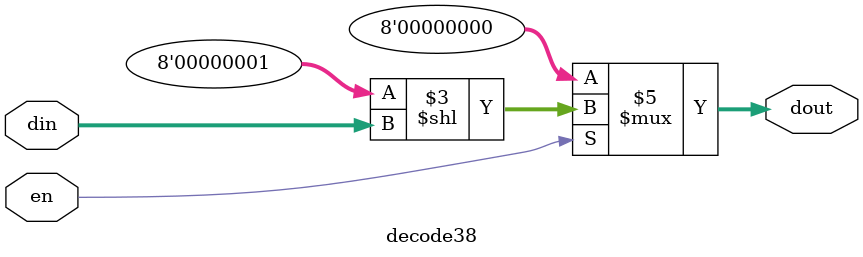
<source format=v>
module decode38(en, din, dout);
    input en;
    input [2:0] din;
    output reg [7:0] dout;
    always @(*) begin
        if (~en) begin
            dout <= 8'b0;
        end else begin
            dout <= 8'b1 << din;
        end
    end
endmodule
</source>
